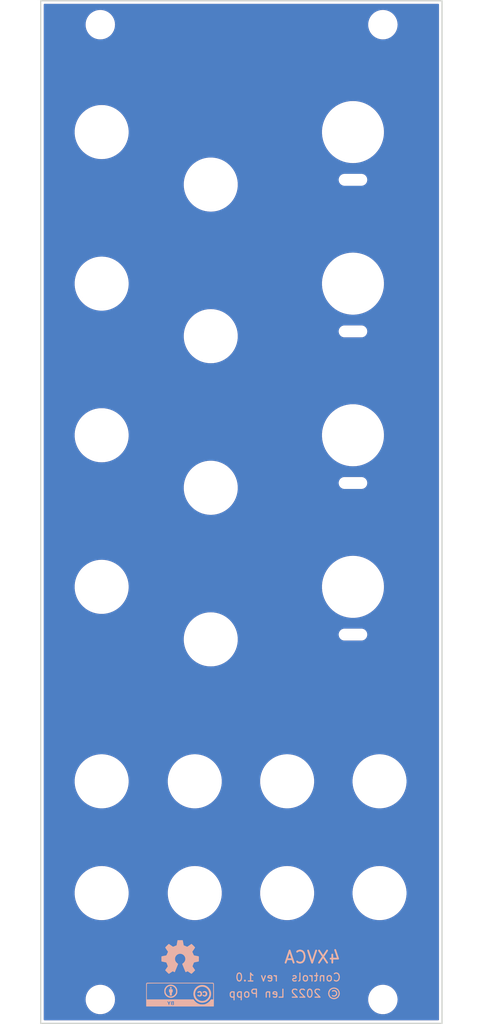
<source format=kicad_pcb>
(kicad_pcb (version 20211014) (generator pcbnew)
  (title_block (title "Front Panel for Eurorack 4XVCA Module") (date "2022-01-14") (rev "1.0") (company "Len Popp") (comment 1 "Copyright © 2021 Len Popp CC BY") (comment 2 "NOTE: Holes only. No pads or tracks.") (comment 3 "Eurorack quad exponential VCA module - 10HP"))
  (layers (0 "F.Cu" signal) (31 "B.Cu" signal) (34 "B.Paste" user) (35 "F.Paste" user) (36 "B.SilkS" user "B.Silkscreen") (37 "F.SilkS" user "F.Silkscreen") (38 "B.Mask" user) (39 "F.Mask" user) (44 "Edge.Cuts" user))
  (net 0 "")
  (footprint "-lmp-holes:MountingHole_Panel_3.2mm_M3" (layer "F.Cu") (at 127.5 53)
    (fp_text reference "REF**" hide)
    (fp_text value "MountingHole_Panel_3.2mm_M3")
    (pad "" np_thru_hole circle locked (at 0 0) (size 3.2 3.2) (drill 3.2) (layers *.Cu *.Mask))
  )
  (footprint "-lmp-holes:MountingHole_Panel_3.2mm_M3" (layer "F.Cu") (at 127.5 175.5)
    (fp_text reference "REF**" hide)
    (fp_text value "MountingHole_Panel_3.2mm_M3")
    (pad "" np_thru_hole circle locked (at 0 0) (size 3.2 3.2) (drill 3.2) (layers *.Cu *.Mask))
  )
  (footprint "-lmp-holes:MountingHole_Panel_3.2mm_M3" (layer "F.Cu") (at 163.06 53)
    (fp_text reference "REF**" hide)
    (fp_text value "MountingHole_Panel_3.2mm_M3")
    (pad "" np_thru_hole circle locked (at 0 0) (size 3.2 3.2) (drill 3.2) (layers *.Cu *.Mask))
  )
  (footprint "-lmp-holes:MountingHole_Panel_3.2mm_M3" (layer "F.Cu") (at 163.06 175.5)
    (fp_text reference "REF**" hide)
    (fp_text value "MountingHole_Panel_3.2mm_M3")
    (pad "" np_thru_hole circle locked (at 0 0) (size 3.2 3.2) (drill 3.2) (layers *.Cu *.Mask))
  )
  (footprint "-lmp-holes:MountingHole_Jack_3.5mm_PJ398" (layer "F.Cu") (at 151.012505 148.0828)
    (fp_text reference "REF**" hide)
    (fp_text value "MountingHole_Jack_3.5mm_PJ398")
    (pad "" np_thru_hole circle locked (at 0 0) (size 6.3 6.3) (drill 6.3) (layers *.Cu *.Mask))
  )
  (footprint "-lmp-holes:MountingHole_Jack_3.5mm_PJ398" (layer "F.Cu") (at 162.637505 148.0828)
    (fp_text reference "REF**" hide)
    (fp_text value "MountingHole_Jack_3.5mm_PJ398")
    (pad "" np_thru_hole circle locked (at 0 0) (size 6.3 6.3) (drill 6.3) (layers *.Cu *.Mask))
  )
  (footprint "-lmp-holes:MountingHole_Pot_Alpha" (layer "F.Cu") (at 159.295005 85.545)
    (fp_text reference "REF**" hide)
    (fp_text value "MountingHole_Pot_Alpha")
    (pad "" np_thru_hole circle (at 0 0) (size 7.3 7.3) (drill 7.3) (layers *.Cu *.Mask))
    (pad "" np_thru_hole oval (at 0 6) (size 3.1 1) (drill oval 3.1 1) (layers F&B.Cu *.Mask))
  )
  (footprint "-lmp-holes:MountingHole_Pot_Alpha" (layer "F.Cu") (at 159.295005 123.645)
    (fp_text reference "REF**" hide)
    (fp_text value "MountingHole_Pot_Alpha")
    (pad "" np_thru_hole circle (at 0 0) (size 7.3 7.3) (drill 7.3) (layers *.Cu *.Mask))
    (pad "" np_thru_hole oval (at 0 6) (size 3.1 1) (drill oval 3.1 1) (layers F&B.Cu *.Mask))
  )
  (footprint "-lmp-holes:MountingHole_Pot_Alpha" (layer "F.Cu") (at 159.295005 66.495)
    (fp_text reference "REF**" hide)
    (fp_text value "MountingHole_Pot_Alpha")
    (pad "" np_thru_hole circle (at 0 0) (size 7.3 7.3) (drill 7.3) (layers *.Cu *.Mask))
    (pad "" np_thru_hole oval (at 0 6) (size 3.1 1) (drill oval 3.1 1) (layers F&B.Cu *.Mask))
  )
  (footprint "-lmp-holes:MountingHole_Jack_3.5mm_PJ398" (layer "F.Cu") (at 162.637505 162.129)
    (fp_text reference "REF**" hide)
    (fp_text value "MountingHole_Jack_3.5mm_PJ398")
    (pad "" np_thru_hole circle locked (at 0 0) (size 6.3 6.3) (drill 6.3) (layers *.Cu *.Mask))
  )
  (footprint "-lmp-holes:MountingHole_Pot_Alpha" (layer "F.Cu") (at 159.295005 104.595)
    (fp_text reference "REF**" hide)
    (fp_text value "MountingHole_Pot_Alpha")
    (pad "" np_thru_hole oval (at 0 6) (size 3.1 1) (drill oval 3.1 1) (layers F&B.Cu *.Mask))
    (pad "" np_thru_hole circle (at 0 0) (size 7.3 7.3) (drill 7.3) (layers *.Cu *.Mask))
  )
  (footprint "-lmp-holes:MountingHole_Jack_3.5mm_PJ398" (layer "F.Cu") (at 151.012505 162.129)
    (fp_text reference "REF**" hide)
    (fp_text value "MountingHole_Jack_3.5mm_PJ398")
    (pad "" np_thru_hole circle locked (at 0 0) (size 6.3 6.3) (drill 6.3) (layers *.Cu *.Mask))
  )
  (footprint "-lmp-holes:MountingHole_Jack_3.5mm_PJ398" (layer "F.Cu") (at 127.670005 85.545)
    (fp_text reference "REF**" hide)
    (fp_text value "MountingHole_Jack_3.5mm_PJ398")
    (pad "" np_thru_hole circle locked (at 0 0) (size 6.3 6.3) (drill 6.3) (layers *.Cu *.Mask))
  )
  (footprint "-lmp-holes:MountingHole_Pot_SongHuei" (layer "F.Cu") (at 141.4 130.245)
    (fp_text reference "REF**" hide)
    (fp_text value "MountingHole_Pot_SongHuei")
    (pad "" np_thru_hole circle (at 0 0) (size 6.3 6.3) (drill 6.3) (layers F&B.Cu *.Mask))
  )
  (footprint "-lmp-holes:MountingHole_Jack_3.5mm_PJ398" (layer "F.Cu") (at 127.670005 162.129)
    (fp_text reference "REF**" hide)
    (fp_text value "MountingHole_Jack_3.5mm_PJ398")
    (pad "" np_thru_hole circle locked (at 0 0) (size 6.3 6.3) (drill 6.3) (layers *.Cu *.Mask))
  )
  (footprint "-lmp-holes:MountingHole_Jack_3.5mm_PJ398" (layer "F.Cu") (at 127.670005 148.0828)
    (fp_text reference "REF**" hide)
    (fp_text value "MountingHole_Jack_3.5mm_PJ398")
    (pad "" np_thru_hole circle locked (at 0 0) (size 6.3 6.3) (drill 6.3) (layers *.Cu *.Mask))
  )
  (footprint "-lmp-holes:MountingHole_Jack_3.5mm_PJ398" (layer "F.Cu") (at 127.670005 104.595)
    (fp_text reference "REF**" hide)
    (fp_text value "MountingHole_Jack_3.5mm_PJ398")
    (pad "" np_thru_hole circle locked (at 0 0) (size 6.3 6.3) (drill 6.3) (layers *.Cu *.Mask))
  )
  (footprint "-lmp-holes:MountingHole_Jack_3.5mm_PJ398" (layer "F.Cu") (at 139.387505 162.129)
    (fp_text reference "REF**" hide)
    (fp_text value "MountingHole_Jack_3.5mm_PJ398")
    (pad "" np_thru_hole circle locked (at 0 0) (size 6.3 6.3) (drill 6.3) (layers *.Cu *.Mask))
  )
  (footprint "-lmp-holes:MountingHole_Pot_SongHuei" (layer "F.Cu") (at 141.4 92.145)
    (fp_text reference "REF**" hide)
    (fp_text value "MountingHole_Pot_SongHuei")
    (pad "" np_thru_hole circle (at 0 0) (size 6.3 6.3) (drill 6.3) (layers F&B.Cu *.Mask))
  )
  (footprint "-lmp-holes:MountingHole_Jack_3.5mm_PJ398" (layer "F.Cu") (at 127.67 66.495)
    (fp_text reference "REF**" hide)
    (fp_text value "MountingHole_Jack_3.5mm_PJ398")
    (pad "" np_thru_hole circle locked (at 0 0) (size 6.3 6.3) (drill 6.3) (layers *.Cu *.Mask))
  )
  (footprint "-lmp-holes:MountingHole_Pot_SongHuei" (layer "F.Cu") (at 141.4 73.095)
    (fp_text reference "REF**" hide)
    (fp_text value "MountingHole_Pot_SongHuei")
    (pad "" np_thru_hole circle (at 0 0) (size 6.3 6.3) (drill 6.3) (layers F&B.Cu *.Mask))
  )
  (footprint "-lmp-holes:MountingHole_Pot_SongHuei" (layer "F.Cu") (at 141.4 111.195)
    (fp_text reference "REF**" hide)
    (fp_text value "MountingHole_Pot_SongHuei")
    (pad "" np_thru_hole circle (at 0 0) (size 6.3 6.3) (drill 6.3) (layers F&B.Cu *.Mask))
  )
  (footprint "-lmp-holes:MountingHole_Jack_3.5mm_PJ398" (layer "F.Cu") (at 127.670005 123.645)
    (fp_text reference "REF**" hide)
    (fp_text value "MountingHole_Jack_3.5mm_PJ398")
    (pad "" np_thru_hole circle locked (at 0 0) (size 6.3 6.3) (drill 6.3) (layers *.Cu *.Mask))
  )
  (footprint "-lmp-holes:MountingHole_Jack_3.5mm_PJ398" (layer "F.Cu") (at 139.387505 148.0828)
    (fp_text reference "REF**" hide)
    (fp_text value "MountingHole_Jack_3.5mm_PJ398")
    (pad "" np_thru_hole circle locked (at 0 0) (size 6.3 6.3) (drill 6.3) (layers *.Cu *.Mask))
  )
  (footprint "-lmp-misc:Logo_CC_BY" (layer "B.Cu") (at 137.541 174.879 180)
    (fp_text reference "G2" hide)
    (fp_text value "Logo_CC_BY" hide)
    (fp_poly (pts (xy 1.007728 -1.10891) (xy 1.049387 -1.134554) (xy 1.058333 -1.165687) (xy 1.039922 -1.20516) (xy 0.995527 -1.235496) (xy 0.941409 -1.250332) (xy 0.893826 -1.243305) (xy 0.881944 -1.234722) (xy 0.871604 -1.205116) (xy 0.867833 -1.160639) (xy 0.873749 -1.117666) (xy 0.900438 -1.102183) (xy 0.929602 -1.100667) (xy 1.007728 -1.10891)) (layer "B.SilkS") (width 0.01) (fill solid))
    (fp_poly (pts (xy -3.02103 0.424598) (xy -2.91672 0.387702) (xy -2.880305 0.364287) (xy -2.831233 0.316441) (xy -2.82357 0.27634) (xy -2.857298 0.243) (xy -2.878228 0.233015) (xy -2.927801 0.217368) (xy -2.96114 0.224786) (xy -2.981416 0.240625) (xy -3.034554 0.267504) (xy -3.099006 0.273562) (xy -3.155714 0.258594) (xy -3.175583 0.242714) (xy -3.193774 0.202761) (xy -3.208244 0.139832) (xy -3.212007 0.110423) (xy -3.207041 0.017637) (xy -3.176589 -0.051636) (xy -3.126708 -0.092927) (xy -3.063452 -0.101769) (xy -2.992878 -0.073694) (xy -2.977533 -0.062563) (xy -2.937359 -0.035025) (xy -2.905035 -0.032112) (xy -2.858844 -0.052225) (xy -2.856122 -0.053629) (xy -2.789721 -0.087967) (xy -2.839486 -0.141245) (xy -2.933756 -0.213414) (xy -3.043435 -0.250287) (xy -3.158803 -0.250035) (xy -3.254244 -0.219188) (xy -3.333304 -0.158345) (xy -3.387757 -0.072069) (xy -3.416357 0.029772) (xy -3.417861 0.13731) (xy -3.391023 0.240675) (xy -3.334599 0.329998) (xy -3.324795 0.340295) (xy -3.236756 0.400263) (xy -3.131605 0.428574) (xy -3.02103 0.424598)) (layer "B.SilkS") (width 0.01) (fill solid))
    (fp_poly (pts (xy 1.265371 0.674893) (xy 1.332164 0.667029) (xy 1.368521 0.652922) (xy 1.374168 0.64759) (xy 1.387404 0.607674) (xy 1.393405 0.532293) (xy 1.392634 0.451798) (xy 1.388574 0.368274) (xy 1.382243 0.318048) (xy 1.370829 0.292085) (xy 1.351516 0.281354) (xy 1.338791 0.278986) (xy 1.316623 0.273497) (xy 1.302673 0.259195) (xy 1.295045 0.227858) (xy 1.291842 0.171267) (xy 1.291168 0.081201) (xy 1.291166 0.072611) (xy 1.291166 -0.127) (xy 1.037166 -0.127) (xy 1.037166 0.072611) (xy 1.036608 0.165606) (xy 1.033668 0.224491) (xy 1.02645 0.257486) (xy 1.013056 0.272812) (xy 0.991591 0.278688) (xy 0.989541 0.278986) (xy 0.964679 0.286104) (xy 0.949697 0.304969) (xy 0.941426 0.345002) (xy 0.936694 0.415619) (xy 0.935704 0.438879) (xy 0.933742 0.541942) (xy 0.942403 0.610052) (xy 0.96854 0.650424) (xy 1.01901 0.670269) (xy 1.100668 0.676801) (xy 1.162319 0.677333) (xy 1.265371 0.674893)) (layer "B.SilkS") (width 0.01) (fill solid))
    (fp_poly (pts (xy 1.377307 1.219627) (xy 1.537281 1.160105) (xy 1.682469 1.068615) (xy 1.807111 0.946685) (xy 1.905443 0.795844) (xy 1.909413 0.787882) (xy 1.940321 0.722465) (xy 1.960425 0.668687) (xy 1.972035 0.614111) (xy 1.977464 0.5463) (xy 1.979023 0.452817) (xy 1.979083 0.413084) (xy 1.977975 0.304751) (xy 1.973402 0.226714) (xy 1.963487 0.166965) (xy 1.946354 0.113498) (xy 1.924445 0.06345) (xy 1.831411 -0.086953) (xy 1.708237 -0.212584) (xy 1.561218 -0.310224) (xy 1.396648 -0.376655) (xy 1.220825 -0.408659) (xy 1.040042 -0.403016) (xy 1.018548 -0.399695) (xy 0.861591 -0.353137) (xy 0.711567 -0.270809) (xy 0.576827 -0.159249) (xy 0.465722 -0.024998) (xy 0.405977 0.080051) (xy 0.378882 0.143162) (xy 0.361991 0.200848) (xy 0.352996 0.266663) (xy 0.349584 0.354157) (xy 0.349386 0.38893) (xy 0.500593 0.38893) (xy 0.510606 0.302508) (xy 0.536592 0.193771) (xy 0.574165 0.106276) (xy 0.63213 0.022779) (xy 0.683322 -0.035796) (xy 0.81069 -0.145244) (xy 0.953839 -0.216764) (xy 1.108269 -0.249085) (xy 1.269476 -0.24094) (xy 1.34649 -0.222717) (xy 1.49922 -0.157615) (xy 1.625396 -0.064388) (xy 1.723417 0.051265) (xy 1.791679 0.183645) (xy 1.828583 0.327053) (xy 1.832525 0.475789) (xy 1.801903 0.624155) (xy 1.735117 0.766451) (xy 1.654299 0.872386) (xy 1.547984 0.968323) (xy 1.43207 1.031456) (xy 1.296278 1.066311) (xy 1.191868 1.075973) (xy 1.097105 1.078188) (xy 1.028028 1.072995) (xy 0.96827 1.05784) (xy 0.902986 1.030864) (xy 0.760552 0.944352) (xy 0.645883 0.830942) (xy 0.562193 0.696593) (xy 0.512692 0.547269) (xy 0.500593 0.38893) (xy 0.349386 0.38893) (xy 0.34925 0.41275) (xy 0.350641 0.516588) (xy 0.356385 0.591778) (xy 0.368837 0.651959) (xy 0.39035 0.710769) (xy 0.407119 0.747943) (xy 0.489615 0.895944) (xy 0.586193 1.012456) (xy 0.704778 1.107466) (xy 0.866283 1.1911) (xy 1.036047 1.236653) (xy 1.208308 1.245652) (xy 1.377307 1.219627)) (layer "B.SilkS") (width 0.01) (fill solid))
    (fp_poly (pts (xy -2.563057 1.182731) (xy -2.361828 1.123237) (xy -2.176836 1.028043) (xy -2.012387 0.898954) (xy -1.872787 0.737776) (xy -1.851627 0.706999) (xy -1.760969 0.533924) (xy -1.702324 0.341508) (xy -1.676332 0.138827) (xy -1.683633 -0.065038) (xy -1.724866 -0.261008) (xy -1.774419 -0.38896) (xy -1.88282 -0.569588) (xy -2.02332 -0.726553) (xy -2.190308 -0.855437) (xy -2.378175 -0.951818) (xy -2.558393 -1.006682) (xy -2.661676 -1.025313) (xy -2.752778 -1.032549) (xy -2.849774 -1.028779) (xy -2.963334 -1.015429) (xy -3.161479 -0.968309) (xy -3.342295 -0.883698) (xy -3.50892 -0.760016) (xy -3.553297 -0.718328) (xy -3.700506 -0.54945) (xy -3.806929 -0.371404) (xy -3.873687 -0.181037) (xy -3.901084 0.018874) (xy -3.687783 0.018874) (xy -3.657491 -0.157882) (xy -3.6048 -0.296334) (xy -3.539895 -0.400636) (xy -3.448266 -0.509609) (xy -3.342045 -0.611122) (xy -3.233365 -0.693046) (xy -3.174437 -0.726586) (xy -3.01123 -0.784497) (xy -2.833345 -0.810389) (xy -2.655039 -0.803099) (xy -2.54 -0.778349) (xy -2.383548 -0.714064) (xy -2.23681 -0.620867) (xy -2.110085 -0.506773) (xy -2.013669 -0.379796) (xy -2.002272 -0.359795) (xy -1.926639 -0.181924) (xy -1.889736 -0.003553) (xy -1.888625 0.171489) (xy -1.920364 0.339374) (xy -1.982014 0.496271) (xy -2.070635 0.638352) (xy -2.183288 0.761788) (xy -2.317032 0.862749) (xy -2.468928 0.937407) (xy -2.636035 0.981932) (xy -2.815414 0.992496) (xy -3.004125 0.965269) (xy -3.017095 0.961982) (xy -3.18983 0.896576) (xy -3.341128 0.799061) (xy -3.468467 0.674837) (xy -3.569325 0.529307) (xy -3.641178 0.367869) (xy -3.681505 0.195924) (xy -3.687783 0.018874) (xy -3.901084 0.018874) (xy -3.901897 0.024804) (xy -3.89365 0.240822) (xy -3.851504 0.433215) (xy -3.772288 0.615301) (xy -3.660959 0.781846) (xy -3.522476 0.927617) (xy -3.361796 1.047378) (xy -3.183877 1.135898) (xy -2.996996 1.187388) (xy -2.776215 1.204716) (xy -2.563057 1.182731)) (layer "B.SilkS") (width 0.01) (fill solid))
    (fp_poly (pts (xy 1.008624 -0.933911) (xy 1.031746 -0.945922) (xy 1.03403 -0.973783) (xy 1.033347 -0.978959) (xy 1.019822 -1.01226) (xy 0.983682 -1.028491) (xy 0.947208 -1.033153) (xy 0.895209 -1.034637) (xy 0.872834 -1.022459) (xy 0.867847 -0.98928) (xy 0.867833 -0.985528) (xy 0.872155 -0.95086) (xy 0.893029 -0.935299) (xy 0.942319 -0.931379) (xy 0.953972 -0.931334) (xy 1.008624 -0.933911)) (layer "B.SilkS") (width 0.01) (fill solid))
    (fp_poly (pts (xy 1.198591 0.946718) (xy 1.24453 0.917911) (xy 1.27384 0.871061) (xy 1.277828 0.813909) (xy 1.259491 0.769726) (xy 1.210366 0.728824) (xy 1.146002 0.723246) (xy 1.095375 0.742529) (xy 1.066734 0.780694) (xy 1.059449 0.837345) (xy 1.073909 0.894193) (xy 1.091595 0.919238) (xy 1.144715 0.94974) (xy 1.198591 0.946718)) (layer "B.SilkS") (width 0.01) (fill solid))
    (fp_poly (pts (xy 4.22386 1.429564) (xy 4.275963 1.377461) (xy 4.270523 -0.057395) (xy 4.265083 -1.49225) (xy 0.019454 -1.497593) (xy -0.401443 -1.498054) (xy -0.811056 -1.498365) (xy -1.207377 -1.498531) (xy -1.588395 -1.498556) (xy -1.952102 -1.498445) (xy -2.296486 -1.498202) (xy -2.619538 -1.49783) (xy -2.919248 -1.497335) (xy -3.193607 -1.496719) (xy -3.440605 -1.495988) (xy -3.658231 -1.495145) (xy -3.844477 -1.494195) (xy -3.997332 -1.493142) (xy -4.114786 -1.491989) (xy -4.19483 -1.490742) (xy -4.235454 -1.489404) (xy -4.240338 -1.488774) (xy -4.242738 -1.465738) (xy -4.24501 -1.403866) (xy -4.24712 -1.306657) (xy -4.249033 -1.17761) (xy -4.250715 -1.020222) (xy -4.252132 -0.837992) (xy -4.253248 -0.634417) (xy -4.25403 -0.412996) (xy -4.254443 -0.177227) (xy -4.2545 -0.048427) (xy -4.2545 0.366183) (xy -4.169834 0.366183) (xy -4.169834 -0.613834) (xy -4.026959 -0.614379) (xy -3.884084 -0.614925) (xy -3.812144 -0.720966) (xy -3.692651 -0.864995) (xy -3.542152 -0.996181) (xy -3.371665 -1.106777) (xy -3.192209 -1.189035) (xy -3.108881 -1.21544) (xy -2.997957 -1.235421) (xy -2.862492 -1.245246) (xy -2.719048 -1.244881) (xy -2.584188 -1.234297) (xy -2.486239 -1.216626) (xy -2.272603 -1.14063) (xy -2.076159 -1.027636) (xy -1.902364 -0.881322) (xy -1.872569 -0.846667) (xy 0.783166 -0.846667) (xy 0.783166 -1.312334) (xy 0.917895 -1.312334) (xy 1.004895 -1.308401) (xy 1.064225 -1.294438) (xy 1.108395 -1.268464) (xy 1.153631 -1.212561) (xy 1.16015 -1.151895) (xy 1.127249 -1.095152) (xy 1.122761 -1.090924) (xy 1.095408 -1.06005) (xy 1.100119 -1.036022) (xy 1.112178 -1.022631) (xy 1.140542 -0.973664) (xy 1.127789 -0.922153) (xy 1.100666 -0.889) (xy 1.066252 -0.864363) (xy 1.017466 -0.851272) (xy 0.941826 -0.846789) (xy 0.92075 -0.846667) (xy 1.185789 -0.846667) (xy 1.270228 -0.984623) (xy 1.319 -1.071602) (xy 1.345387 -1.140404) (xy 1.354475 -1.205058) (xy 1.354666 -1.217456) (xy 1.35688 -1.276088) (xy 1.367744 -1.303811) (xy 1.393598 -1.311987) (xy 1.407583 -1.312334) (xy 1.440934 -1.308067) (xy 1.456279 -1.287521) (xy 1.460461 -1.23908) (xy 1.460563 -1.222375) (xy 1.468744 -1.154833) (xy 1.496329 -1.080912) (xy 1.543713 -0.994834) (xy 1.585033 -0.925149) (xy 1.606079 -0.883515) (xy 1.608913 -0.86202) (xy 1.595597 -0.852753) (xy 1.581496 -0.849898) (xy 1.555171 -0.849042) (xy 1.530909 -0.860656) (xy 1.501095 -0.89146) (xy 1.45812 -0.948175) (xy 1.437195 -0.977303) (xy 1.403307 -1.024763) (xy 1.352528 -0.935878) (xy 1.314063 -0.878532) (xy 1.2778 -0.852038) (xy 1.243769 -0.84683) (xy 1.185789 -0.846667) (xy 0.92075 -0.846667) (xy 0.783166 -0.846667) (xy -1.872569 -0.846667) (xy -1.783802 -0.743422) (xy -1.68774 -0.613834) (xy 4.191 -0.613834) (xy 4.191 0.366183) (xy 4.190708 0.611968) (xy 4.18979 0.818065) (xy 4.188178 0.987114) (xy 4.185805 1.121755) (xy 4.182605 1.224631) (xy 4.178511 1.298382) (xy 4.173457 1.345649) (xy 4.167375 1.369072) (xy 4.165599 1.3716) (xy 4.141594 1.374757) (xy 4.07774 1.377723) (xy 3.97652 1.380499) (xy 3.840418 1.383084) (xy 3.671917 1.385478) (xy 3.473502 1.387681) (xy 3.247656 1.389693) (xy 2.996862 1.391514) (xy 2.723604 1.393145) (xy 2.430367 1.394585) (xy 2.119632 1.395834) (xy 1.793885 1.396892) (xy 1.455608 1.397759) (xy 1.107285 1.398435) (xy 0.751401 1.398921) (xy 0.390438 1.399216) (xy 0.02688 1.39932) (xy -0.336789 1.399233) (xy -0.698086 1.398955) (xy -1.054526 1.398487) (xy -1.403627 1.397827) (xy -1.742905 1.396977) (xy -2.069875 1.395936) (xy -2.382055 1.394704) (xy -2.676961 1.393282) (xy -2.952109 1.391668) (xy -3.205015 1.389864) (xy -3.433196 1.387869) (xy -3.634169 1.385683) (xy -3.805449 1.383306) (xy -3.944553 1.380738) (xy -4.048998 1.37798) (xy -4.116299 1.37503) (xy -4.143973 1.37189) (xy -4.144434 1.3716) (xy -4.150797 1.353998) (xy -4.156114 1.313246) (xy -4.160454 1.246703) (xy -4.163882 1.151728) (xy -4.166465 1.025681) (xy -4.168271 0.865919) (xy -4.169365 0.669804) (xy -4.169814 0.434693) (xy -4.169834 0.366183) (xy -4.2545 0.366183) (xy -4.2545 1.377757) (xy -4.202546 1.429712) (xy -4.150591 1.481666) (xy 4.171757 1.481666) (xy 4.22386 1.429564)) (layer "B.SilkS") (width 0.01) (fill solid))
    (fp_poly (pts (xy -2.39168 0.425061) (xy -2.365422 0.419864) (xy -2.306453 0.398275) (xy -2.24476 0.363217) (xy -2.192613 0.323291) (xy -2.162283 0.287101) (xy -2.159 0.275127) (xy -2.176157 0.258362) (xy -2.218635 0.2336) (xy -2.231009 0.227502) (xy -2.279889 0.206692) (xy -2.308737 0.20668) (xy -2.334969 0.228531) (xy -2.340123 0.234165) (xy -2.393198 0.266129) (xy -2.45973 0.274255) (xy -2.512218 0.258537) (xy -2.546037 0.216053) (xy -2.568158 0.147925) (xy -2.574311 0.070185) (xy -2.570997 0.037874) (xy -2.542321 -0.039667) (xy -2.492697 -0.087999) (xy -2.430625 -0.10356) (xy -2.364608 -0.082791) (xy -2.335818 -0.060589) (xy -2.297118 -0.030981) (xy -2.260723 -0.028782) (xy -2.223329 -0.04199) (xy -2.176133 -0.065406) (xy -2.163143 -0.089267) (xy -2.183198 -0.124379) (xy -2.211106 -0.155875) (xy -2.296435 -0.218831) (xy -2.399927 -0.251253) (xy -2.508693 -0.251377) (xy -2.609839 -0.217439) (xy -2.619569 -0.211781) (xy -2.700833 -0.14597) (xy -2.749326 -0.06404) (xy -2.768556 0.041501) (xy -2.76827 0.105949) (xy -2.745638 0.232547) (xy -2.693649 0.330106) (xy -2.615317 0.396277) (xy -2.513656 0.428712) (xy -2.39168 0.425061)) (layer "B.SilkS") (width 0.01) (fill solid))
  )
  (footprint "-lmp-misc:Logo_OSHW" (layer "B.Cu") (at 137.541 170.18 180)
    (fp_text reference "G4" hide)
    (fp_text value "Logo_OSHW" hide)
    (fp_poly (pts (xy 0.332309 2.043907) (xy 0.341381 1.998069) (xy 0.354628 1.929173) (xy 0.370495 1.845389) (xy 0.38743 1.75489) (xy 0.393386 1.722796) (xy 0.437401 1.485029) (xy 0.657063 1.393795) (xy 0.74497 1.357921) (xy 0.808749 1.333741) (xy 0.853195 1.319859) (xy 0.883107 1.31488) (xy 0.903282 1.317408) (xy 0.9098 1.320262) (xy 0.933551 1.334917) (xy 0.978298 1.364246) (xy 1.038939 1.404842) (xy 1.110374 1.453296) (xy 1.165969 1.491371) (xy 1.240949 1.542833) (xy 1.307718 1.588474) (xy 1.361493 1.625041) (xy 1.397494 1.649281) (xy 1.409956 1.657414) (xy 1.427811 1.652955) (xy 1.463227 1.627667) (xy 1.517172 1.58073) (xy 1.590613 1.511323) (xy 1.644039 1.458948) (xy 1.711608 1.391108) (xy 1.771268 1.329438) (xy 1.819306 1.277919) (xy 1.852008 1.240535) (xy 1.865664 1.221267) (xy 1.865677 1.221226) (xy 1.859691 1.197676) (xy 1.835212 1.150604) (xy 1.793183 1.081596) (xy 1.734543 0.992239) (xy 1.697471 0.937781) (xy 1.520815 0.68096) (xy 1.619383 0.452127) (xy 1.659348 0.362713) (xy 1.694168 0.291444) (xy 1.72197 0.241872) (xy 1.740879 0.217552) (xy 1.744007 0.215831) (xy 1.767564 0.210654) (xy 1.816769 0.200917) (xy 1.886021 0.187693) (xy 1.969721 0.172052) (xy 2.047875 0.157689) (xy 2.138232 0.140363) (xy 2.217638 0.123538) (xy 2.280838 0.108457) (xy 2.322577 0.096363) (xy 2.33735 0.089224) (xy 2.341052 0.068346) (xy 2.344296 0.021045) (xy 2.34688 -0.047351) (xy 2.348601 -0.131515) (xy 2.349256 -0.224274) (xy 2.34874 -0.336892) (xy 2.346841 -0.421041) (xy 2.343351 -0.479979) (xy 2.33806 -0.516966) (xy 2.330759 -0.535262) (xy 2.329202 -0.536832) (xy 2.307564 -0.54503) (xy 2.260103 -0.557343) (xy 2.192292 -0.572534) (xy 2.109605 -0.589367) (xy 2.031546 -0.604073) (xy 1.940736 -0.621377) (xy 1.860376 -0.638211) (xy 1.795872 -0.653319) (xy 1.752632 -0.665446) (xy 1.736595 -0.672515) (xy 1.722252 -0.695942) (xy 1.700812 -0.741547) (xy 1.674629 -0.803127) (xy 1.646056 -0.87448) (xy 1.617445 -0.949405) (xy 1.591149 -1.021699) (xy 1.569521 -1.085159) (xy 1.554912 -1.133585) (xy 1.549677 -1.160773) (xy 1.550241 -1.163788) (xy 1.562554 -1.182573) (xy 1.589739 -1.222789) (xy 1.628605 -1.279753) (xy 1.675959 -1.348785) (xy 1.717281 -1.408788) (xy 1.768237 -1.483332) (xy 1.812217 -1.548959) (xy 1.846284 -1.601179) (xy 1.867501 -1.635506) (xy 1.873249 -1.647126) (xy 1.862515 -1.661602) (xy 1.832595 -1.694758) (xy 1.786914 -1.742986) (xy 1.728898 -1.802678) (xy 1.661972 -1.870225) (xy 1.652489 -1.879701) (xy 1.570583 -1.960422) (xy 1.507752 -2.019804) (xy 1.461587 -2.059887) (xy 1.429677 -2.082708) (xy 1.409614 -2.090306) (xy 1.404428 -2.089563) (xy 1.382638 -2.077373) (xy 1.339761 -2.050325) (xy 1.280786 -2.011678) (xy 1.210703 -1.964685) (xy 1.15767 -1.928544) (xy 1.084231 -1.878624) (xy 1.019809 -1.835701) (xy 0.968968 -1.802746) (xy 0.936274 -1.782731) (xy 0.926456 -1.778) (xy 0.907758 -1.784814) (xy 0.868466 -1.802925) (xy 0.816075 -1.82883) (xy 0.799669 -1.837215) (xy 0.745513 -1.863547) (xy 0.702661 -1.881495) (xy 0.678317 -1.888138) (xy 0.675671 -1.887463) (xy 0.666195 -1.869527) (xy 0.646683 -1.826283) (xy 0.61885 -1.761921) (xy 0.584411 -1.680627) (xy 0.545081 -1.586591) (xy 0.502576 -1.484001) (xy 0.458609 -1.377043) (xy 0.414897 -1.269908) (xy 0.373154 -1.166782) (xy 0.335095 -1.071855) (xy 0.302436 -0.989313) (xy 0.276891 -0.923346) (xy 0.260175 -0.878141) (xy 0.254004 -0.857887) (xy 0.254 -0.857727) (xy 0.267057 -0.831175) (xy 0.291181 -0.813655) (xy 0.320082 -0.795098) (xy 0.363545 -0.760996) (xy 0.413339 -0.717903) (xy 0.425838 -0.706469) (xy 0.521321 -0.598253) (xy 0.589436 -0.478327) (xy 0.630082 -0.350658) (xy 0.64316 -0.219214) (xy 0.628567 -0.087962) (xy 0.586205 0.039131) (xy 0.515973 0.158097) (xy 0.449685 0.234902) (xy 0.34119 0.322392) (xy 0.220313 0.382989) (xy 0.091552 0.416695) (xy -0.040598 0.423509) (xy -0.171639 0.403432) (xy -0.297073 0.356462) (xy -0.412405 0.282601) (xy -0.465561 0.234902) (xy -0.555494 0.124047) (xy -0.617486 0.002268) (xy -0.651637 -0.126466) (xy -0.658048 -0.258188) (xy -0.636819 -0.38893) (xy -0.588051 -0.514725) (xy -0.511844 -0.631606) (xy -0.441714 -0.706469) (xy -0.391624 -0.750788) (xy -0.345801 -0.787757) (xy -0.31248 -0.810824) (xy -0.307057 -0.813655) (xy -0.278822 -0.836047) (xy -0.269875 -0.857727) (xy -0.275742 -0.877259) (xy -0.292199 -0.921853) (xy -0.317531 -0.987321) (xy -0.350023 -1.069475) (xy -0.38796 -1.164127) (xy -0.429627 -1.267088) (xy -0.473309 -1.374171) (xy -0.517291 -1.481187) (xy -0.559858 -1.583949) (xy -0.599294 -1.678267) (xy -0.633886 -1.759955) (xy -0.661917 -1.824823) (xy -0.681673 -1.868683) (xy -0.691439 -1.887349) (xy -0.691547 -1.887463) (xy -0.708781 -1.884865) (xy -0.74673 -1.87007) (xy -0.79819 -1.845995) (xy -0.815545 -1.837215) (xy -0.87027 -1.809724) (xy -0.914006 -1.789018) (xy -0.939274 -1.778598) (xy -0.942068 -1.778) (xy -0.958281 -1.786545) (xy -0.99619 -1.81026) (xy -1.051371 -1.846265) (xy -1.119398 -1.891677) (xy -1.185816 -1.93675) (xy -1.261905 -1.988112) (xy -1.329536 -2.03255) (xy -1.38415 -2.067164) (xy -1.42119 -2.089057) (xy -1.43553 -2.0955) (xy -1.45167 -2.084739) (xy -1.486309 -2.054764) (xy -1.535721 -2.00903) (xy -1.59618 -1.950995) (xy -1.663958 -1.884116) (xy -1.671057 -1.877013) (xy -1.738416 -1.808944) (xy -1.797325 -1.748305) (xy -1.844348 -1.698724) (xy -1.87605 -1.66383) (xy -1.888994 -1.647251) (xy -1.889125 -1.646708) (xy -1.880529 -1.630386) (xy -1.856698 -1.592506) (xy -1.820567 -1.537547) (xy -1.775072 -1.469987) (xy -1.733157 -1.408788) (xy -1.681353 -1.333531) (xy -1.635515 -1.266643) (xy -1.598836 -1.212805) (xy -1.574507 -1.176699) (xy -1.566117 -1.163788) (xy -1.568212 -1.143868) (xy -1.580361 -1.100924) (xy -1.600208 -1.04116) (xy -1.625402 -0.970779) (xy -1.653588 -0.895982) (xy -1.682414 -0.822973) (xy -1.709526 -0.757956) (xy -1.732571 -0.707131) (xy -1.749196 -0.676703) (xy -1.752471 -0.672589) (xy -1.773188 -0.664012) (xy -1.819798 -0.651325) (xy -1.886901 -0.635788) (xy -1.969098 -0.618661) (xy -2.047875 -0.603599) (xy -2.138935 -0.586192) (xy -2.219747 -0.56945) (xy -2.28486 -0.554608) (xy -2.328819 -0.542897) (xy -2.345532 -0.536285) (xy -2.353122 -0.52039) (xy -2.35869 -0.484937) (xy -2.362422 -0.426925) (xy -2.364508 -0.343353) (xy -2.365136 -0.23122) (xy -2.365132 -0.224274) (xy -2.364454 -0.129816) (xy -2.362715 -0.045899) (xy -2.360116 0.022149) (xy -2.356862 0.069001) (xy -2.353226 0.089224) (xy -2.334501 0.097698) (xy -2.28973 0.110242) (xy -2.224168 0.125615) (xy -2.143071 0.142573) (xy -2.06375 0.157689) (xy -1.972185 0.174539) (xy -1.890317 0.189882) (xy -1.823748 0.202646) (xy -1.778075 0.211759) (xy -1.759883 0.215831) (xy -1.743498 0.23326) (xy -1.717751 0.276831) (xy -1.684515 0.342991) (xy -1.645665 0.428188) (xy -1.635259 0.452127) (xy -1.536691 0.68096) (xy -1.713347 0.937781) (xy -1.780321 1.037176) (xy -1.831178 1.117053) (xy -1.864977 1.175825) (xy -1.880778 1.211907) (xy -1.881553 1.221226) (xy -1.867997 1.240398) (xy -1.835375 1.277706) (xy -1.787401 1.329167) (xy -1.727787 1.390799) (xy -1.660247 1.458619) (xy -1.659915 1.458948) (xy -1.573506 1.542945) (xy -1.507347 1.603693) (xy -1.460731 1.641791) (xy -1.432952 1.657841) (xy -1.425832 1.657743) (xy -1.406307 1.644973) (xy -1.365455 1.617396) (xy -1.30806 1.57827) (xy -1.238906 1.530853) (xy -1.182688 1.492145) (xy -1.106717 1.440046) (xy -1.037755 1.393314) (xy -0.980931 1.355382) (xy -0.941376 1.329681) (xy -0.92652 1.320706) (xy -0.909039 1.315224) (xy -0.884577 1.316423) (xy -0.848256 1.32571) (xy -0.7952 1.344489) (xy -0.720531 1.374168) (xy -0.672939 1.393795) (xy -0.453277 1.485029) (xy -0.409262 1.722796) (xy -0.392321 1.813715) (xy -0.375898 1.900809) (xy -0.361547 1.975906) (xy -0.35082 2.030837) (xy -0.348185 2.043907) (xy -0.331124 2.12725) (xy 0.315248 2.12725) (xy 0.332309 2.043907)) (layer "B.SilkS") (width 0.01) (fill solid))
  )
  (gr_line (start 119.999989 178.499999) (end 119.999989 50.000002) (layer "Edge.Cuts") (width 0.1524))
  (gr_line (start 170.499989 50.000002) (end 170.499989 178.499999) (layer "Edge.Cuts") (width 0.1524))
  (gr_line (start 119.999989 50.000002) (end 170.499989 50.000002) (layer "Edge.Cuts") (width 0.1524))
  (gr_line (start 170.499989 178.499999) (end 119.999989 178.499999) (layer "Edge.Cuts") (width 0.1524))
  (gr_text "4XVCA" (at 157.861 170.18) (layer "B.SilkS") (effects (font (size 1.524 1.524) (thickness 0.2286)) (justify left mirror)))
  (gr_text "Controls" (at 157.861 172.72) (layer "B.SilkS") (effects (font (size 1 1)) (justify left mirror)))
  (gr_text "© 2022 Len Popp" (at 157.861 174.752) (layer "B.SilkS") (effects (font (size 1 1)) (justify left mirror)))
  (gr_text "rev 1.0" (at 149.987 172.72) (layer "B.SilkS") (effects (font (size 1 1)) (justify left mirror)))
  (zone (net 0) (net_name "") (layer "F.Cu") (connect_pads (clearance 0.2032)) (min_thickness 0.2032) (fill yes (thermal_gap 0.508) (thermal_bridge_width 0.508))
    (polygon (pts (xy 170.6 178.6) (xy 119.9 178.6) (xy 119.9 49.9) (xy 170.6 49.9)))
  )
  (zone (net 0) (net_name "") (layer "B.Cu") (connect_pads (clearance 0.2032)) (min_thickness 0.2032) (fill yes (thermal_gap 0.508) (thermal_bridge_width 0.508))
    (polygon (pts (xy 170.6 178.6) (xy 119.9 178.6) (xy 119.9 49.9) (xy 170.6 49.9)))
  )
)
</source>
